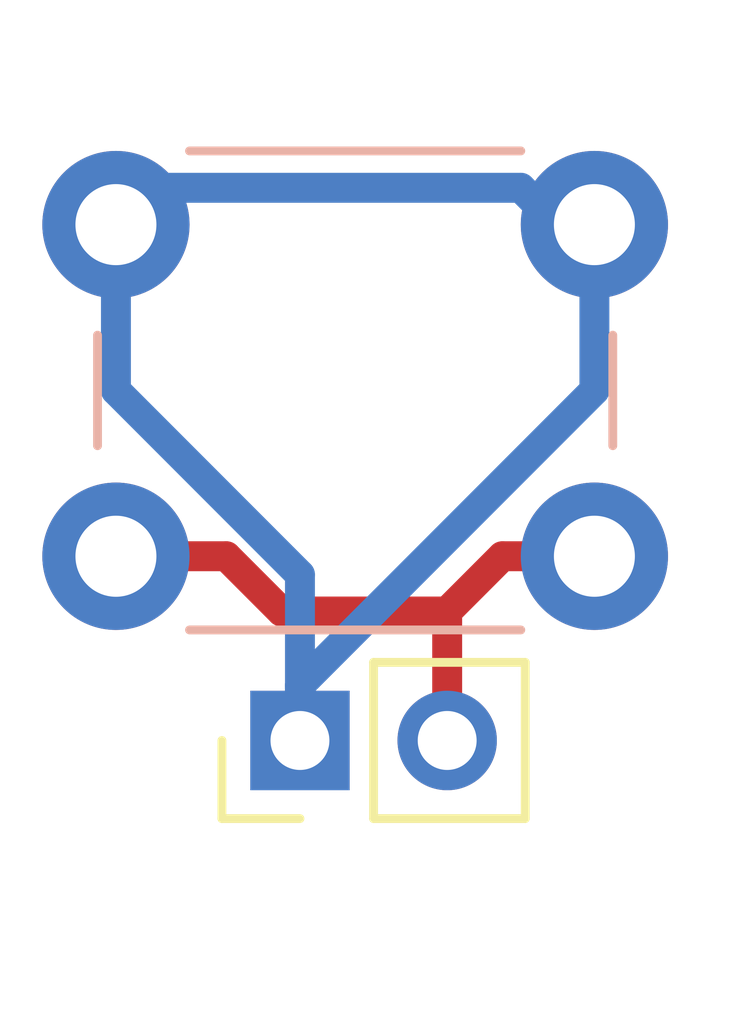
<source format=kicad_pcb>
(kicad_pcb (version 4) (host pcbnew 4.0.6)

  (general
    (links 4)
    (no_connects 0)
    (area 241.345619 36.33 269.073001 63.94)
    (thickness 1.6)
    (drawings 8)
    (tracks 16)
    (zones 0)
    (modules 3)
    (nets 3)
  )

  (page A4)
  (title_block
    (date "lun. 30 mars 2015")
  )

  (layers
    (0 F.Cu signal)
    (31 B.Cu signal)
    (32 B.Adhes user)
    (33 F.Adhes user)
    (34 B.Paste user)
    (35 F.Paste user)
    (36 B.SilkS user)
    (37 F.SilkS user)
    (38 B.Mask user)
    (39 F.Mask user)
    (40 Dwgs.User user)
    (41 Cmts.User user)
    (42 Eco1.User user)
    (43 Eco2.User user)
    (44 Edge.Cuts user)
    (45 Margin user)
    (46 B.CrtYd user)
    (47 F.CrtYd user)
    (48 B.Fab user)
    (49 F.Fab user)
  )

  (setup
    (last_trace_width 0.25)
    (user_trace_width 0.254)
    (user_trace_width 0.3048)
    (user_trace_width 0.4064)
    (user_trace_width 0.6096)
    (user_trace_width 0.9144)
    (user_trace_width 1.524)
    (user_trace_width 2.032)
    (trace_clearance 0.2)
    (zone_clearance 0.508)
    (zone_45_only no)
    (trace_min 0.2)
    (segment_width 0.15)
    (edge_width 0.15)
    (via_size 0.6)
    (via_drill 0.4)
    (via_min_size 0.4)
    (via_min_drill 0.3)
    (uvia_size 0.3)
    (uvia_drill 0.1)
    (uvias_allowed no)
    (uvia_min_size 0.2)
    (uvia_min_drill 0.1)
    (pcb_text_width 0.3)
    (pcb_text_size 1.5 1.5)
    (mod_edge_width 0.15)
    (mod_text_size 1 1)
    (mod_text_width 0.15)
    (pad_size 3 3)
    (pad_drill 3)
    (pad_to_mask_clearance 0)
    (aux_axis_origin 110.998 126.365)
    (grid_origin 110.998 126.365)
    (visible_elements 7FFFFFFF)
    (pcbplotparams
      (layerselection 0x010f0_80000001)
      (usegerberextensions true)
      (excludeedgelayer true)
      (linewidth 0.100000)
      (plotframeref false)
      (viasonmask false)
      (mode 1)
      (useauxorigin false)
      (hpglpennumber 1)
      (hpglpenspeed 20)
      (hpglpendiameter 15)
      (hpglpenoverlay 2)
      (psnegative false)
      (psa4output false)
      (plotreference true)
      (plotvalue true)
      (plotinvisibletext false)
      (padsonsilk false)
      (subtractmaskfromsilk false)
      (outputformat 1)
      (mirror false)
      (drillshape 0)
      (scaleselection 1)
      (outputdirectory gerbers/))
  )

  (net 0 "")
  (net 1 "Net-(J27-Pad1)")
  (net 2 "Net-(J27-Pad2)")

  (net_class Default "This is the default net class."
    (clearance 0.2)
    (trace_width 0.25)
    (via_dia 0.6)
    (via_drill 0.4)
    (uvia_dia 0.3)
    (uvia_drill 0.1)
    (add_net "Net-(J27-Pad1)")
    (add_net "Net-(J27-Pad2)")
  )

  (module Wire_Pads:SolderWirePad_single_2-5mmDrill (layer F.Cu) (tedit 5CF835CB) (tstamp 5CF97D28)
    (at 250.748 55.115)
    (path /5CE78195)
    (fp_text reference J14 (at 0.052 -0.192) (layer F.SilkS) hide
      (effects (font (size 1 1) (thickness 0.15)))
    )
    (fp_text value NPTH (at 1.27 5.08) (layer F.Fab)
      (effects (font (size 1 1) (thickness 0.15)))
    )
    (pad "" np_thru_hole circle (at 0 0) (size 3 3) (drill 3) (layers *.Cu *.Mask))
  )

  (module footprints:SW_PUSH_6mm (layer B.Cu) (tedit 5CF96B50) (tstamp 5CF97A03)
    (at 247.498 57.365)
    (descr https://www.omron.com/ecb/products/pdf/en-b3f.pdf)
    (tags "tact sw push 6mm")
    (path /5D0275C6)
    (fp_text reference SW2 (at 3.25 2) (layer B.SilkS) hide
      (effects (font (size 1 1) (thickness 0.15)) (justify mirror))
    )
    (fp_text value SW_Push (at 3.75 -6.7) (layer B.Fab)
      (effects (font (size 1 1) (thickness 0.15)) (justify mirror))
    )
    (fp_text user %R (at 3.25 -2.25) (layer B.Fab)
      (effects (font (size 1 1) (thickness 0.15)) (justify mirror))
    )
    (fp_line (start 3.25 0.75) (end 6.25 0.75) (layer B.Fab) (width 0.1))
    (fp_line (start 6.25 0.75) (end 6.25 -5.25) (layer B.Fab) (width 0.1))
    (fp_line (start 6.25 -5.25) (end 0.25 -5.25) (layer B.Fab) (width 0.1))
    (fp_line (start 0.25 -5.25) (end 0.25 0.75) (layer B.Fab) (width 0.1))
    (fp_line (start 0.25 0.75) (end 3.25 0.75) (layer B.Fab) (width 0.1))
    (fp_line (start 7.75 -6) (end 8 -6) (layer B.CrtYd) (width 0.05))
    (fp_line (start 8 -6) (end 8 -5.75) (layer B.CrtYd) (width 0.05))
    (fp_line (start 7.75 1.5) (end 8 1.5) (layer B.CrtYd) (width 0.05))
    (fp_line (start 8 1.5) (end 8 1.25) (layer B.CrtYd) (width 0.05))
    (fp_line (start -1.5 1.25) (end -1.5 1.5) (layer B.CrtYd) (width 0.05))
    (fp_line (start -1.5 1.5) (end -1.25 1.5) (layer B.CrtYd) (width 0.05))
    (fp_line (start -1.5 -5.75) (end -1.5 -6) (layer B.CrtYd) (width 0.05))
    (fp_line (start -1.5 -6) (end -1.25 -6) (layer B.CrtYd) (width 0.05))
    (fp_line (start -1.25 1.5) (end 7.75 1.5) (layer B.CrtYd) (width 0.05))
    (fp_line (start -1.5 -5.75) (end -1.5 1.25) (layer B.CrtYd) (width 0.05))
    (fp_line (start 7.75 -6) (end -1.25 -6) (layer B.CrtYd) (width 0.05))
    (fp_line (start 8 1.25) (end 8 -5.75) (layer B.CrtYd) (width 0.05))
    (fp_line (start 1 -5.5) (end 5.5 -5.5) (layer B.SilkS) (width 0.12))
    (fp_line (start -0.25 -1.5) (end -0.25 -3) (layer B.SilkS) (width 0.12))
    (fp_line (start 5.5 1) (end 1 1) (layer B.SilkS) (width 0.12))
    (fp_line (start 6.75 -3) (end 6.75 -1.5) (layer B.SilkS) (width 0.12))
    (fp_circle (center 3.25 -2.25) (end 1.25 -2.5) (layer B.Fab) (width 0.1))
    (pad 2 thru_hole circle (at 0 -4.5 270) (size 2 2) (drill 1.1) (layers *.Cu *.Mask)
      (net 1 "Net-(J27-Pad1)"))
    (pad 1 thru_hole circle (at 0 0 270) (size 2 2) (drill 1.1) (layers *.Cu *.Mask)
      (net 2 "Net-(J27-Pad2)"))
    (pad 2 thru_hole circle (at 6.5 -4.5 270) (size 2 2) (drill 1.1) (layers *.Cu *.Mask)
      (net 1 "Net-(J27-Pad1)"))
    (pad 1 thru_hole circle (at 6.5 0 270) (size 2 2) (drill 1.1) (layers *.Cu *.Mask)
      (net 2 "Net-(J27-Pad2)"))
    (model ${KISYS3DMOD}/Buttons_Switches_THT.3dshapes/SW_PUSH_6mm.wrl
      (at (xyz 0.005 0 0))
      (scale (xyz 0.3937 0.3937 0.3937))
      (rotate (xyz 0 0 0))
    )
  )

  (module Pin_Headers:Pin_Header_Straight_1x02_Pitch2.00mm (layer F.Cu) (tedit 5CF96CCB) (tstamp 5CF97C76)
    (at 249.998 59.865 90)
    (descr "Through hole straight pin header, 1x02, 2.00mm pitch, single row")
    (tags "Through hole pin header THT 1x02 2.00mm single row")
    (path /5D0285EB)
    (fp_text reference J27 (at 0 -2.06 90) (layer F.SilkS) hide
      (effects (font (size 1 1) (thickness 0.15)))
    )
    (fp_text value BUTTON (at -3 1 180) (layer F.Fab)
      (effects (font (size 1 1) (thickness 0.15)))
    )
    (fp_line (start -0.5 -1) (end 1 -1) (layer F.Fab) (width 0.1))
    (fp_line (start 1 -1) (end 1 3) (layer F.Fab) (width 0.1))
    (fp_line (start 1 3) (end -1 3) (layer F.Fab) (width 0.1))
    (fp_line (start -1 3) (end -1 -0.5) (layer F.Fab) (width 0.1))
    (fp_line (start -1 -0.5) (end -0.5 -1) (layer F.Fab) (width 0.1))
    (fp_line (start -1.06 3.06) (end 1.06 3.06) (layer F.SilkS) (width 0.12))
    (fp_line (start -1.06 1) (end -1.06 3.06) (layer F.SilkS) (width 0.12))
    (fp_line (start 1.06 1) (end 1.06 3.06) (layer F.SilkS) (width 0.12))
    (fp_line (start -1.06 1) (end 1.06 1) (layer F.SilkS) (width 0.12))
    (fp_line (start -1.06 0) (end -1.06 -1.06) (layer F.SilkS) (width 0.12))
    (fp_line (start -1.06 -1.06) (end 0 -1.06) (layer F.SilkS) (width 0.12))
    (fp_line (start -1.5 -1.5) (end -1.5 3.5) (layer F.CrtYd) (width 0.05))
    (fp_line (start -1.5 3.5) (end 1.5 3.5) (layer F.CrtYd) (width 0.05))
    (fp_line (start 1.5 3.5) (end 1.5 -1.5) (layer F.CrtYd) (width 0.05))
    (fp_line (start 1.5 -1.5) (end -1.5 -1.5) (layer F.CrtYd) (width 0.05))
    (fp_text user %R (at 0 1 180) (layer F.Fab)
      (effects (font (size 1 1) (thickness 0.15)))
    )
    (pad 1 thru_hole rect (at 0 0 90) (size 1.35 1.35) (drill 0.8) (layers *.Cu *.Mask)
      (net 1 "Net-(J27-Pad1)"))
    (pad 2 thru_hole oval (at 0 2 90) (size 1.35 1.35) (drill 0.8) (layers *.Cu *.Mask)
      (net 2 "Net-(J27-Pad2)"))
    (model ${KISYS3DMOD}/Pin_Headers.3dshapes/Pin_Header_Straight_1x02_Pitch2.00mm.wrl
      (at (xyz 0 0 0))
      (scale (xyz 1 1 1))
      (rotate (xyz 0 0 0))
    )
  )

  (gr_line (start 246.998 61.365) (end 254.998 61.365) (angle 90) (layer Dwgs.User) (width 0.15))
  (gr_line (start 245.998 52.365) (end 245.998 60.365) (angle 90) (layer Dwgs.User) (width 0.15))
  (gr_line (start 254.998 51.365) (end 246.998 51.365) (angle 90) (layer Dwgs.User) (width 0.15))
  (gr_line (start 255.998 60.365) (end 255.998 52.365) (angle 90) (layer Dwgs.User) (width 0.15))
  (gr_arc (start 246.998 52.365) (end 245.998 52.365) (angle 90) (layer Dwgs.User) (width 0.15))
  (gr_arc (start 254.998 52.365) (end 254.998 51.365) (angle 90) (layer Dwgs.User) (width 0.15))
  (gr_arc (start 254.998 60.365) (end 255.998 60.365) (angle 90) (layer Dwgs.User) (width 0.15))
  (gr_arc (start 245.998 61.365) (end 245.998 60.365) (angle 90) (layer Dwgs.User) (width 0.15))

  (segment (start 247.498 52.865) (end 247.498 55.115) (width 0.4064) (layer B.Cu) (net 1))
  (segment (start 249.998 57.615) (end 249.998 59.865) (width 0.4064) (layer B.Cu) (net 1) (tstamp 5CF97D45))
  (segment (start 247.498 55.115) (end 249.998 57.615) (width 0.4064) (layer B.Cu) (net 1) (tstamp 5CF97D43))
  (segment (start 253.998 52.865) (end 253.498 52.865) (width 0.4064) (layer B.Cu) (net 1))
  (segment (start 253.498 52.865) (end 252.998 52.365) (width 0.4064) (layer B.Cu) (net 1) (tstamp 5CF97D3E))
  (segment (start 252.998 52.365) (end 247.998 52.365) (width 0.4064) (layer B.Cu) (net 1) (tstamp 5CF97D3F))
  (segment (start 247.998 52.365) (end 247.498 52.865) (width 0.4064) (layer B.Cu) (net 1) (tstamp 5CF97D40))
  (segment (start 249.998 59.865) (end 249.998 59.115) (width 0.4064) (layer B.Cu) (net 1))
  (segment (start 249.998 59.115) (end 253.998 55.115) (width 0.4064) (layer B.Cu) (net 1) (tstamp 5CF97D39))
  (segment (start 253.998 55.115) (end 253.998 52.865) (width 0.4064) (layer B.Cu) (net 1) (tstamp 5CF97D3A))
  (segment (start 247.498 57.365) (end 248.998 57.365) (width 0.4064) (layer F.Cu) (net 2))
  (segment (start 249.748 58.115) (end 251.998 58.115) (width 0.4064) (layer F.Cu) (net 2) (tstamp 5CF97D36))
  (segment (start 248.998 57.365) (end 249.748 58.115) (width 0.4064) (layer F.Cu) (net 2) (tstamp 5CF97D35))
  (segment (start 251.998 59.865) (end 251.998 58.115) (width 0.4064) (layer F.Cu) (net 2))
  (segment (start 252.748 57.365) (end 253.998 57.365) (width 0.4064) (layer F.Cu) (net 2) (tstamp 5CF97D32))
  (segment (start 251.998 58.115) (end 252.748 57.365) (width 0.4064) (layer F.Cu) (net 2) (tstamp 5CF97D31))

)

</source>
